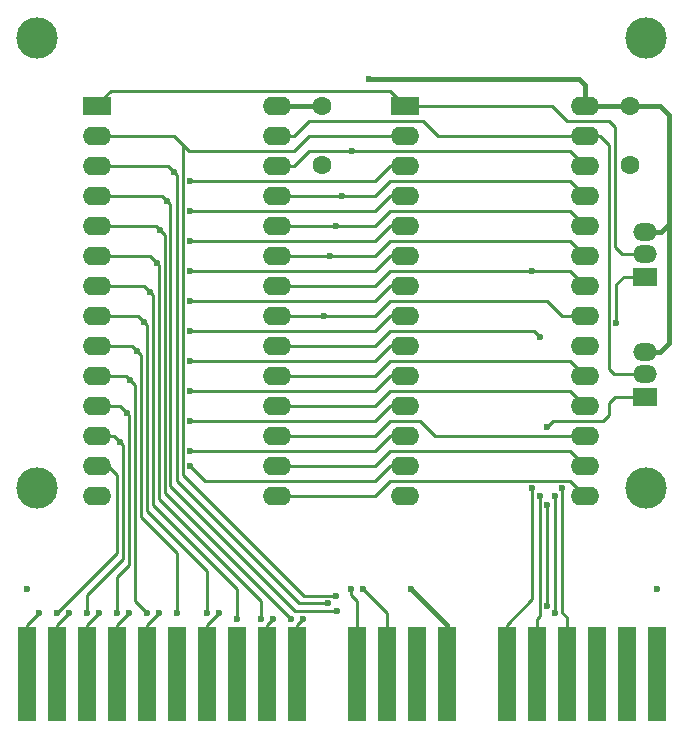
<source format=gtl>
%TF.GenerationSoftware,KiCad,Pcbnew,(5.1.8)-1*%
%TF.CreationDate,2021-04-11T23:00:19+02:00*%
%TF.ProjectId,ZX Cartridge 2021,5a582043-6172-4747-9269-646765203230,rev?*%
%TF.SameCoordinates,Original*%
%TF.FileFunction,Copper,L1,Top*%
%TF.FilePolarity,Positive*%
%FSLAX46Y46*%
G04 Gerber Fmt 4.6, Leading zero omitted, Abs format (unit mm)*
G04 Created by KiCad (PCBNEW (5.1.8)-1) date 2021-04-11 23:00:19*
%MOMM*%
%LPD*%
G01*
G04 APERTURE LIST*
%TA.AperFunction,ConnectorPad*%
%ADD10R,1.500000X8.000000*%
%TD*%
%TA.AperFunction,ComponentPad*%
%ADD11C,1.600000*%
%TD*%
%TA.AperFunction,ComponentPad*%
%ADD12R,2.400000X1.600000*%
%TD*%
%TA.AperFunction,ComponentPad*%
%ADD13O,2.400000X1.600000*%
%TD*%
%TA.AperFunction,ComponentPad*%
%ADD14C,3.500000*%
%TD*%
%TA.AperFunction,SMDPad,CuDef*%
%ADD15R,2.000000X1.500000*%
%TD*%
%TA.AperFunction,SMDPad,CuDef*%
%ADD16O,2.000000X1.500000*%
%TD*%
%TA.AperFunction,ViaPad*%
%ADD17C,0.600000*%
%TD*%
%TA.AperFunction,Conductor*%
%ADD18C,0.250000*%
%TD*%
%TA.AperFunction,Conductor*%
%ADD19C,0.381000*%
%TD*%
G04 APERTURE END LIST*
D10*
%TO.P,J1,A22*%
%TO.N,N/C*%
X175895000Y-116078000D03*
%TO.P,J1,A21*%
X173355000Y-116078000D03*
%TO.P,J1,A20*%
X170815000Y-116078000D03*
%TO.P,J1,A19*%
%TO.N,/~ROM_1*%
X168275000Y-116078000D03*
%TO.P,J1,A18*%
%TO.N,/~ROM_0*%
X165735000Y-116078000D03*
%TO.P,J1,A17*%
%TO.N,/~ROM_OE*%
X163195000Y-116078000D03*
%TO.P,J1,A15*%
%TO.N,VCC*%
X158115000Y-116078000D03*
%TO.P,J1,A14*%
%TO.N,N/C*%
X155575000Y-116078000D03*
%TO.P,J1,A13*%
%TO.N,/A13*%
X153035000Y-116078000D03*
%TO.P,J1,A12*%
%TO.N,/A8*%
X150495000Y-116078000D03*
%TO.P,J1,A10*%
%TO.N,/A9*%
X145415000Y-116078000D03*
%TO.P,J1,A9*%
%TO.N,/A11*%
X142875000Y-116078000D03*
%TO.P,J1,A8*%
%TO.N,N/C*%
X140335000Y-116078000D03*
%TO.P,J1,A7*%
%TO.N,/A10*%
X137795000Y-116078000D03*
%TO.P,J1,A6*%
%TO.N,N/C*%
X135255000Y-116078000D03*
%TO.P,J1,A5*%
%TO.N,/D7*%
X132715000Y-116078000D03*
%TO.P,J1,A4*%
%TO.N,/D6*%
X130175000Y-116078000D03*
%TO.P,J1,A3*%
%TO.N,/D5*%
X127635000Y-116078000D03*
%TO.P,J1,A2*%
%TO.N,/D4*%
X125095000Y-116078000D03*
%TO.P,J1,A1*%
%TO.N,/D3*%
X122555000Y-116078000D03*
%TD*%
D11*
%TO.P,C1,1*%
%TO.N,VCC*%
X147574000Y-67945000D03*
%TO.P,C1,2*%
%TO.N,GND*%
X147574000Y-72945000D03*
%TD*%
D12*
%TO.P,U1,1*%
%TO.N,/BA15*%
X128524000Y-67945000D03*
D13*
%TO.P,U1,15*%
%TO.N,/D3*%
X143764000Y-100965000D03*
%TO.P,U1,2*%
%TO.N,/A12*%
X128524000Y-70485000D03*
%TO.P,U1,16*%
%TO.N,/D4*%
X143764000Y-98425000D03*
%TO.P,U1,3*%
%TO.N,/A7*%
X128524000Y-73025000D03*
%TO.P,U1,17*%
%TO.N,/D5*%
X143764000Y-95885000D03*
%TO.P,U1,4*%
%TO.N,/A6*%
X128524000Y-75565000D03*
%TO.P,U1,18*%
%TO.N,/D6*%
X143764000Y-93345000D03*
%TO.P,U1,5*%
%TO.N,/A5*%
X128524000Y-78105000D03*
%TO.P,U1,19*%
%TO.N,/D7*%
X143764000Y-90805000D03*
%TO.P,U1,6*%
%TO.N,/A4*%
X128524000Y-80645000D03*
%TO.P,U1,20*%
%TO.N,/~ROM_0*%
X143764000Y-88265000D03*
%TO.P,U1,7*%
%TO.N,/A3*%
X128524000Y-83185000D03*
%TO.P,U1,21*%
%TO.N,/A10*%
X143764000Y-85725000D03*
%TO.P,U1,8*%
%TO.N,/A2*%
X128524000Y-85725000D03*
%TO.P,U1,22*%
%TO.N,/~ROM_OE*%
X143764000Y-83185000D03*
%TO.P,U1,9*%
%TO.N,/A1*%
X128524000Y-88265000D03*
%TO.P,U1,23*%
%TO.N,/A11*%
X143764000Y-80645000D03*
%TO.P,U1,10*%
%TO.N,/A0*%
X128524000Y-90805000D03*
%TO.P,U1,24*%
%TO.N,/A9*%
X143764000Y-78105000D03*
%TO.P,U1,11*%
%TO.N,/D0*%
X128524000Y-93345000D03*
%TO.P,U1,25*%
%TO.N,/A8*%
X143764000Y-75565000D03*
%TO.P,U1,12*%
%TO.N,/D1*%
X128524000Y-95885000D03*
%TO.P,U1,26*%
%TO.N,/A13*%
X143764000Y-73025000D03*
%TO.P,U1,13*%
%TO.N,/D2*%
X128524000Y-98425000D03*
%TO.P,U1,27*%
%TO.N,/BA14*%
X143764000Y-70485000D03*
%TO.P,U1,14*%
%TO.N,GND*%
X128524000Y-100965000D03*
%TO.P,U1,28*%
%TO.N,VCC*%
X143764000Y-67945000D03*
%TD*%
D14*
%TO.P,M1,1*%
%TO.N,N/C*%
X123444000Y-100330000D03*
%TD*%
%TO.P,M2,1*%
%TO.N,N/C*%
X175011000Y-100330000D03*
%TD*%
%TO.P,M3,1*%
%TO.N,N/C*%
X175011000Y-62230000D03*
%TD*%
%TO.P,M4,1*%
%TO.N,N/C*%
X123444000Y-62230000D03*
%TD*%
D11*
%TO.P,C2,1*%
%TO.N,VCC*%
X173609000Y-67945000D03*
%TO.P,C2,2*%
%TO.N,GND*%
X173609000Y-72945000D03*
%TD*%
D12*
%TO.P,U2,1*%
%TO.N,/BA15*%
X154559000Y-67945000D03*
D13*
%TO.P,U2,15*%
%TO.N,/D3*%
X169799000Y-100965000D03*
%TO.P,U2,2*%
%TO.N,/A12*%
X154559000Y-70485000D03*
%TO.P,U2,16*%
%TO.N,/D4*%
X169799000Y-98425000D03*
%TO.P,U2,3*%
%TO.N,/A7*%
X154559000Y-73025000D03*
%TO.P,U2,17*%
%TO.N,/D5*%
X169799000Y-95885000D03*
%TO.P,U2,4*%
%TO.N,/A6*%
X154559000Y-75565000D03*
%TO.P,U2,18*%
%TO.N,/D6*%
X169799000Y-93345000D03*
%TO.P,U2,5*%
%TO.N,/A5*%
X154559000Y-78105000D03*
%TO.P,U2,19*%
%TO.N,/D7*%
X169799000Y-90805000D03*
%TO.P,U2,6*%
%TO.N,/A4*%
X154559000Y-80645000D03*
%TO.P,U2,20*%
%TO.N,/~ROM_1*%
X169799000Y-88265000D03*
%TO.P,U2,7*%
%TO.N,/A3*%
X154559000Y-83185000D03*
%TO.P,U2,21*%
%TO.N,/A10*%
X169799000Y-85725000D03*
%TO.P,U2,8*%
%TO.N,/A2*%
X154559000Y-85725000D03*
%TO.P,U2,22*%
%TO.N,/~ROM_OE*%
X169799000Y-83185000D03*
%TO.P,U2,9*%
%TO.N,/A1*%
X154559000Y-88265000D03*
%TO.P,U2,23*%
%TO.N,/A11*%
X169799000Y-80645000D03*
%TO.P,U2,10*%
%TO.N,/A0*%
X154559000Y-90805000D03*
%TO.P,U2,24*%
%TO.N,/A9*%
X169799000Y-78105000D03*
%TO.P,U2,11*%
%TO.N,/D0*%
X154559000Y-93345000D03*
%TO.P,U2,25*%
%TO.N,/A8*%
X169799000Y-75565000D03*
%TO.P,U2,12*%
%TO.N,/D1*%
X154559000Y-95885000D03*
%TO.P,U2,26*%
%TO.N,/A13*%
X169799000Y-73025000D03*
%TO.P,U2,13*%
%TO.N,/D2*%
X154559000Y-98425000D03*
%TO.P,U2,27*%
%TO.N,/BA14*%
X169799000Y-70485000D03*
%TO.P,U2,14*%
%TO.N,GND*%
X154559000Y-100965000D03*
%TO.P,U2,28*%
%TO.N,VCC*%
X169799000Y-67945000D03*
%TD*%
D15*
%TO.P,JP1,1*%
%TO.N,Net-(J1-PadB18)*%
X174879000Y-82423000D03*
D16*
%TO.P,JP1,2*%
%TO.N,/BA15*%
X174879000Y-80518000D03*
%TO.P,JP1,3*%
%TO.N,VCC*%
X174879000Y-78613000D03*
%TD*%
%TO.P,JP2,3*%
%TO.N,VCC*%
X174879000Y-88773000D03*
%TO.P,JP2,2*%
%TO.N,/BA14*%
X174879000Y-90678000D03*
D15*
%TO.P,JP2,1*%
%TO.N,Net-(J1-PadB17)*%
X174879000Y-92583000D03*
%TD*%
D17*
%TO.N,/A12*%
X148773358Y-109464000D03*
%TO.N,/A7*%
X136388000Y-74295000D03*
X135001000Y-73533000D03*
X148115761Y-110089000D03*
%TO.N,/A6*%
X136388000Y-76835000D03*
X134429500Y-76009500D03*
X148844000Y-110714000D03*
%TO.N,/A5*%
X136388000Y-79375000D03*
X133858000Y-78486000D03*
X144907000Y-111379000D03*
%TO.N,/A4*%
X136388000Y-81915000D03*
X133604000Y-81280000D03*
X142367000Y-111379000D03*
%TO.N,/A3*%
X136388000Y-84455000D03*
X133032500Y-83756500D03*
X140335000Y-111379000D03*
%TO.N,/A10*%
X147701000Y-85725000D03*
X138811000Y-110871000D03*
%TO.N,/A2*%
X136388000Y-86995000D03*
X132461000Y-86233000D03*
X137795000Y-110871016D03*
%TO.N,/A1*%
X136388000Y-89535000D03*
X131889500Y-88709500D03*
X135255000Y-110871000D03*
%TO.N,/A11*%
X148209000Y-80645000D03*
X143383000Y-111379000D03*
%TO.N,/A0*%
X136388000Y-92075000D03*
X131318000Y-91186000D03*
X132715000Y-110871000D03*
%TO.N,/A9*%
X148717000Y-78105000D03*
X145923000Y-111379000D03*
%TO.N,/A8*%
X149225000Y-75565000D03*
X149987000Y-108839000D03*
%TO.N,GND*%
X122555000Y-108839000D03*
X175895000Y-108839000D03*
%TO.N,VCC*%
X151511000Y-65659000D03*
X155067000Y-108839000D03*
%TO.N,/D7*%
X133731000Y-110871000D03*
%TO.N,/D6*%
X131191000Y-110871000D03*
%TO.N,/D5*%
X128651000Y-110871000D03*
%TO.N,/D4*%
X126111000Y-110871000D03*
%TO.N,/D3*%
X123571000Y-110871000D03*
%TO.N,/D2*%
X136388000Y-98425000D03*
X125095000Y-110871000D03*
%TO.N,/D1*%
X136388000Y-97155000D03*
X130492500Y-96456500D03*
X127635000Y-110871000D03*
%TO.N,/D0*%
X136388000Y-94615000D03*
X131064000Y-93980000D03*
X130175000Y-110871000D03*
%TO.N,/A13*%
X150114000Y-71755000D03*
X151003000Y-108839000D03*
%TO.N,/~ROM_0*%
X165989000Y-100965000D03*
X165989000Y-87503000D03*
%TO.N,/~ROM_OE*%
X165364000Y-100320000D03*
X165354000Y-81915000D03*
%TO.N,/~ROM_1*%
X167894000Y-100330000D03*
%TO.N,Net-(J1-PadB18)*%
X172456000Y-86360000D03*
X167259000Y-100965000D03*
X167259000Y-110871000D03*
%TO.N,Net-(J1-PadB17)*%
X166634000Y-95123000D03*
X166634000Y-101727000D03*
X166634000Y-110305313D03*
%TD*%
D18*
%TO.N,/A12*%
X135001000Y-70485000D02*
X128524000Y-70485000D01*
X135763000Y-71247000D02*
X135001000Y-70485000D01*
X136271000Y-71755000D02*
X135763000Y-71247000D01*
X145161000Y-71755000D02*
X136271000Y-71755000D01*
X146431000Y-70485000D02*
X145161000Y-71755000D01*
X154559000Y-70485000D02*
X146431000Y-70485000D01*
X146040000Y-109464000D02*
X148773358Y-109464000D01*
X135763000Y-99187000D02*
X146040000Y-109464000D01*
X135763000Y-71247000D02*
X135763000Y-99187000D01*
%TO.N,/A7*%
X135255000Y-99695000D02*
X135255000Y-73787000D01*
X134493000Y-73025000D02*
X128524000Y-73025000D01*
X145415000Y-109855000D02*
X135255000Y-99695000D01*
X154559000Y-73025000D02*
X153289000Y-73025000D01*
X152019000Y-74295000D02*
X136388000Y-74295000D01*
X153289000Y-73025000D02*
X152019000Y-74295000D01*
X135001000Y-73533000D02*
X134493000Y-73025000D01*
X135255000Y-73787000D02*
X135001000Y-73533000D01*
X145649000Y-110089000D02*
X148115761Y-110089000D01*
X145415000Y-109855000D02*
X145649000Y-110089000D01*
%TO.N,/A6*%
X133985000Y-75565000D02*
X128524000Y-75565000D01*
X134689010Y-100145010D02*
X134689010Y-76269010D01*
X144907000Y-110363000D02*
X134689010Y-100145010D01*
X154559000Y-75565000D02*
X153289000Y-75565000D01*
X152019000Y-76835000D02*
X136388000Y-76835000D01*
X153289000Y-75565000D02*
X152019000Y-76835000D01*
X134429500Y-76009500D02*
X133985000Y-75565000D01*
X134689010Y-76269010D02*
X134429500Y-76009500D01*
X145258000Y-110714000D02*
X148844000Y-110714000D01*
X144907000Y-110363000D02*
X145258000Y-110714000D01*
%TO.N,/A5*%
X133477000Y-78105000D02*
X128524000Y-78105000D01*
X154559000Y-78105000D02*
X153289000Y-78105000D01*
X152019000Y-79375000D02*
X136388000Y-79375000D01*
X153289000Y-78105000D02*
X152019000Y-79375000D01*
X133858000Y-78486000D02*
X133477000Y-78105000D01*
X144399000Y-110871000D02*
X144907000Y-111379000D01*
X134239000Y-100711000D02*
X144399000Y-110871000D01*
X134239000Y-78867000D02*
X134239000Y-100711000D01*
X133858000Y-78486000D02*
X134239000Y-78867000D01*
%TO.N,/A4*%
X132969000Y-80645000D02*
X128524000Y-80645000D01*
X154559000Y-80645000D02*
X153289000Y-80645000D01*
X152019000Y-81915000D02*
X136388000Y-81915000D01*
X153289000Y-80645000D02*
X152019000Y-81915000D01*
X133604000Y-81280000D02*
X132969000Y-80645000D01*
X133731000Y-81407000D02*
X133604000Y-81280000D01*
X135255000Y-102743000D02*
X133731000Y-101219000D01*
X142367000Y-109855000D02*
X135255000Y-102743000D01*
X142367000Y-111379000D02*
X142367000Y-109855000D01*
X133731000Y-101219000D02*
X133731000Y-81407000D01*
%TO.N,/A3*%
X132461000Y-83185000D02*
X128524000Y-83185000D01*
X154559000Y-83185000D02*
X153289000Y-83185000D01*
X152019000Y-84455000D02*
X136388000Y-84455000D01*
X153289000Y-83185000D02*
X152019000Y-84455000D01*
X133032500Y-83756500D02*
X132461000Y-83185000D01*
X133223000Y-83947000D02*
X133032500Y-83756500D01*
X140335000Y-108839000D02*
X133223000Y-101727000D01*
X140335000Y-111379000D02*
X140335000Y-108839000D01*
X133223000Y-101727000D02*
X133223000Y-83947000D01*
%TO.N,/A10*%
X137795000Y-111887000D02*
X138811000Y-110871000D01*
X137795000Y-116078000D02*
X137795000Y-111887000D01*
X167894000Y-85725000D02*
X169799000Y-85725000D01*
X166624000Y-84455000D02*
X167894000Y-85725000D01*
X153289000Y-84455000D02*
X166624000Y-84455000D01*
X152019000Y-85725000D02*
X153289000Y-84455000D01*
X143764000Y-85725000D02*
X152019000Y-85725000D01*
%TO.N,/A2*%
X131953000Y-85725000D02*
X128524000Y-85725000D01*
X154559000Y-85725000D02*
X153289000Y-85725000D01*
X152019000Y-86995000D02*
X136388000Y-86995000D01*
X153289000Y-85725000D02*
X152019000Y-86995000D01*
X132461000Y-86233000D02*
X131953000Y-85725000D01*
X132760999Y-86532999D02*
X132461000Y-86233000D01*
X132760999Y-102280999D02*
X132760999Y-86532999D01*
X137795000Y-107315000D02*
X132760999Y-102280999D01*
X137795000Y-110871016D02*
X137795000Y-107315000D01*
%TO.N,/A1*%
X128524000Y-88265000D02*
X131445000Y-88265000D01*
X154559000Y-88265000D02*
X153289000Y-88265000D01*
X152019000Y-89535000D02*
X136388000Y-89535000D01*
X153289000Y-88265000D02*
X152019000Y-89535000D01*
X131889500Y-88709500D02*
X132207000Y-89027000D01*
X131445000Y-88265000D02*
X131889500Y-88709500D01*
X135255000Y-110871000D02*
X135255000Y-105791000D01*
X135255000Y-105791000D02*
X132207000Y-102743000D01*
X132207000Y-89027000D02*
X132207000Y-102743000D01*
%TO.N,/A11*%
X168529000Y-79375000D02*
X169799000Y-80645000D01*
X153289000Y-79375000D02*
X168529000Y-79375000D01*
X152019000Y-80645000D02*
X153289000Y-79375000D01*
X143764000Y-80645000D02*
X152019000Y-80645000D01*
X142875000Y-111887000D02*
X143383000Y-111379000D01*
X142875000Y-116078000D02*
X142875000Y-111887000D01*
%TO.N,/A0*%
X130937000Y-90805000D02*
X128524000Y-90805000D01*
X131699000Y-109855000D02*
X131699000Y-91567000D01*
X154559000Y-90805000D02*
X153289000Y-90805000D01*
X152019000Y-92075000D02*
X136388000Y-92075000D01*
X153289000Y-90805000D02*
X152019000Y-92075000D01*
X131318000Y-91186000D02*
X130937000Y-90805000D01*
X131699000Y-91567000D02*
X131318000Y-91186000D01*
X132715000Y-110871000D02*
X131699000Y-109855000D01*
%TO.N,/A9*%
X168529000Y-76835000D02*
X169799000Y-78105000D01*
X153289000Y-76835000D02*
X168529000Y-76835000D01*
X152019000Y-78105000D02*
X153289000Y-76835000D01*
X143764000Y-78105000D02*
X152019000Y-78105000D01*
X145415000Y-111887000D02*
X145923000Y-111379000D01*
X145415000Y-116078000D02*
X145415000Y-111887000D01*
%TO.N,/A8*%
X153289000Y-74295000D02*
X152019000Y-75565000D01*
X168529000Y-74295000D02*
X153289000Y-74295000D01*
X152019000Y-75565000D02*
X143764000Y-75565000D01*
X169799000Y-75565000D02*
X168529000Y-74295000D01*
X149987000Y-108839000D02*
X149987000Y-109347000D01*
X150495000Y-109855000D02*
X150495000Y-116078000D01*
X149987000Y-109347000D02*
X150495000Y-109855000D01*
D19*
%TO.N,VCC*%
X169799000Y-66167000D02*
X169799000Y-67945000D01*
X169291000Y-65659000D02*
X169799000Y-66167000D01*
X169799000Y-67945000D02*
X173609000Y-67945000D01*
X143764000Y-67945000D02*
X147574000Y-67945000D01*
X169291000Y-65659000D02*
X151511000Y-65659000D01*
X174879000Y-67945000D02*
X173609000Y-67945000D01*
X176149000Y-88773000D02*
X176911000Y-88011000D01*
X174879000Y-88773000D02*
X176149000Y-88773000D01*
X176276000Y-78613000D02*
X176911000Y-77978000D01*
X174879000Y-78613000D02*
X176276000Y-78613000D01*
X176911000Y-77978000D02*
X176911000Y-76835000D01*
X176911000Y-88011000D02*
X176911000Y-77978000D01*
X176911000Y-76835000D02*
X176911000Y-68707000D01*
X176149000Y-67945000D02*
X174879000Y-67945000D01*
X176911000Y-68707000D02*
X176149000Y-67945000D01*
X158115000Y-115570000D02*
X158115000Y-111887000D01*
X158115000Y-111887000D02*
X155366999Y-109138999D01*
X155366999Y-109138999D02*
X155067000Y-108839000D01*
D18*
%TO.N,/D7*%
X168529000Y-89535000D02*
X169799000Y-90805000D01*
X153289000Y-89535000D02*
X168529000Y-89535000D01*
X152019000Y-90805000D02*
X153289000Y-89535000D01*
X143764000Y-90805000D02*
X152019000Y-90805000D01*
X132715000Y-111887000D02*
X133731000Y-110871000D01*
X132715000Y-116078000D02*
X132715000Y-111887000D01*
%TO.N,/D6*%
X168529000Y-92075000D02*
X169799000Y-93345000D01*
X153289000Y-92075000D02*
X168529000Y-92075000D01*
X152019000Y-93345000D02*
X153289000Y-92075000D01*
X143764000Y-93345000D02*
X152019000Y-93345000D01*
X130175000Y-111887000D02*
X131191000Y-110871000D01*
X130175000Y-116078000D02*
X130175000Y-111887000D01*
%TO.N,/D5*%
X153289000Y-94615000D02*
X155829000Y-94615000D01*
X155829000Y-94615000D02*
X157099000Y-95885000D01*
X152019000Y-95885000D02*
X153289000Y-94615000D01*
X143764000Y-95885000D02*
X152019000Y-95885000D01*
X157099000Y-95885000D02*
X169799000Y-95885000D01*
X127635000Y-111887000D02*
X128651000Y-110871000D01*
X127635000Y-116078000D02*
X127635000Y-111887000D01*
%TO.N,/D4*%
X168529000Y-97155000D02*
X169799000Y-98425000D01*
X153289000Y-97155000D02*
X168529000Y-97155000D01*
X152019000Y-98425000D02*
X153289000Y-97155000D01*
X143764000Y-98425000D02*
X152019000Y-98425000D01*
X125095000Y-111887000D02*
X126111000Y-110871000D01*
X125095000Y-116078000D02*
X125095000Y-111887000D01*
%TO.N,/D3*%
X153289000Y-99695000D02*
X168529000Y-99695000D01*
X168529000Y-99695000D02*
X169799000Y-100965000D01*
X152019000Y-100965000D02*
X153289000Y-99695000D01*
X143764000Y-100965000D02*
X152019000Y-100965000D01*
X122555000Y-111887000D02*
X123571000Y-110871000D01*
X122555000Y-116078000D02*
X122555000Y-111887000D01*
%TO.N,/D2*%
X129413000Y-98425000D02*
X130175000Y-99187000D01*
X128524000Y-98425000D02*
X129413000Y-98425000D01*
X137658000Y-99695000D02*
X136388000Y-98425000D01*
X152019000Y-99695000D02*
X137658000Y-99695000D01*
X153289000Y-98425000D02*
X152019000Y-99695000D01*
X154559000Y-98425000D02*
X153289000Y-98425000D01*
X125095000Y-110871000D02*
X130175000Y-105791000D01*
X130175000Y-105791000D02*
X130175000Y-102235000D01*
X130175000Y-102235000D02*
X130175000Y-102743000D01*
X130175000Y-99187000D02*
X130175000Y-102235000D01*
%TO.N,/D1*%
X129921000Y-95885000D02*
X128524000Y-95885000D01*
X154559000Y-95885000D02*
X153289000Y-95885000D01*
X152019000Y-97155000D02*
X136388000Y-97155000D01*
X153289000Y-95885000D02*
X152019000Y-97155000D01*
X130492500Y-96456500D02*
X129921000Y-95885000D01*
X130683000Y-106299000D02*
X130683000Y-96647000D01*
X127635000Y-109347000D02*
X130683000Y-106299000D01*
X130683000Y-96647000D02*
X130492500Y-96456500D01*
X127635000Y-110871000D02*
X127635000Y-109347000D01*
%TO.N,/D0*%
X130429000Y-93345000D02*
X128524000Y-93345000D01*
X154559000Y-93345000D02*
X153289000Y-93345000D01*
X152019000Y-94615000D02*
X136388000Y-94615000D01*
X153289000Y-93345000D02*
X152019000Y-94615000D01*
X131064000Y-93980000D02*
X130429000Y-93345000D01*
X130175000Y-107823000D02*
X130175000Y-110871000D01*
X131191000Y-106807000D02*
X130175000Y-107823000D01*
X131191000Y-94107000D02*
X131191000Y-106807000D01*
X131064000Y-93980000D02*
X131191000Y-94107000D01*
%TO.N,/A13*%
X168529000Y-71755000D02*
X169799000Y-73025000D01*
X150114000Y-71755000D02*
X168529000Y-71755000D01*
X146431000Y-71755000D02*
X150114000Y-71755000D01*
X145161000Y-73025000D02*
X146431000Y-71755000D01*
X143764000Y-73025000D02*
X145161000Y-73025000D01*
X153035000Y-110871000D02*
X151003000Y-108839000D01*
X153035000Y-116078000D02*
X153035000Y-110871000D01*
%TO.N,/~ROM_0*%
X152019705Y-88265000D02*
X143764000Y-88265000D01*
X153289705Y-86995000D02*
X152019705Y-88265000D01*
X156708000Y-86995000D02*
X153289705Y-86995000D01*
X165989000Y-87503000D02*
X165481000Y-86995000D01*
X165481000Y-86995000D02*
X156708000Y-86995000D01*
X165989000Y-111125000D02*
X165989000Y-100965000D01*
X165735000Y-111379000D02*
X165989000Y-111125000D01*
X165735000Y-116078000D02*
X165735000Y-111379000D01*
%TO.N,/~ROM_OE*%
X168529000Y-81915000D02*
X169799000Y-83185000D01*
X152019000Y-83185000D02*
X153289000Y-81915000D01*
X143764000Y-83185000D02*
X152019000Y-83185000D01*
X156591000Y-81915000D02*
X157734000Y-81915000D01*
X153289000Y-81915000D02*
X156591000Y-81915000D01*
X163195000Y-116078000D02*
X163195000Y-111887000D01*
X165364000Y-109718000D02*
X165364000Y-100320000D01*
X163195000Y-111887000D02*
X165364000Y-109718000D01*
X165354000Y-81915000D02*
X168529000Y-81915000D01*
X157734000Y-81915000D02*
X165354000Y-81915000D01*
%TO.N,/BA14*%
X157353000Y-70485000D02*
X169799000Y-70485000D01*
X156083000Y-69215000D02*
X157353000Y-70485000D01*
X146431000Y-69215000D02*
X156083000Y-69215000D01*
X145161000Y-70485000D02*
X146431000Y-69215000D01*
X143764000Y-70485000D02*
X145161000Y-70485000D01*
X171831000Y-71247000D02*
X171069000Y-70485000D01*
X171831000Y-90233500D02*
X171831000Y-71247000D01*
X172275500Y-90678000D02*
X171831000Y-90233500D01*
X171069000Y-70485000D02*
X169799000Y-70485000D01*
X174879000Y-90678000D02*
X172275500Y-90678000D01*
%TO.N,/BA15*%
X128524000Y-67945000D02*
X128524000Y-67818000D01*
X128524000Y-67818000D02*
X129667000Y-66675000D01*
X153289000Y-66675000D02*
X154559000Y-67945000D01*
X129667000Y-66675000D02*
X153289000Y-66675000D01*
X154559000Y-67945000D02*
X167005000Y-67945000D01*
X167005000Y-67945000D02*
X168275000Y-69215000D01*
X168275000Y-69215000D02*
X171831000Y-69215000D01*
X171831000Y-69215000D02*
X172339000Y-69723000D01*
X172339000Y-69723000D02*
X172339000Y-79883000D01*
X172974000Y-80518000D02*
X174879000Y-80518000D01*
X172339000Y-79883000D02*
X172974000Y-80518000D01*
%TO.N,/~ROM_1*%
X167894000Y-110871000D02*
X168275000Y-111252000D01*
X168275000Y-111252000D02*
X168275000Y-116078000D01*
X167894000Y-100330000D02*
X167894000Y-110871000D01*
%TO.N,Net-(J1-PadB18)*%
X174879000Y-82423000D02*
X173101000Y-82423000D01*
X172456000Y-83068000D02*
X172456000Y-86360000D01*
X173101000Y-82423000D02*
X172456000Y-83068000D01*
X167259000Y-110871000D02*
X167259000Y-100965000D01*
%TO.N,Net-(J1-PadB17)*%
X174879000Y-92583000D02*
X172339000Y-92583000D01*
X172339000Y-92583000D02*
X171831000Y-93091000D01*
X171831000Y-93091000D02*
X171831000Y-94107000D01*
X171831000Y-94107000D02*
X171323000Y-94615000D01*
X167142000Y-94615000D02*
X166634000Y-95123000D01*
X171323000Y-94615000D02*
X167142000Y-94615000D01*
X166634000Y-110305313D02*
X166634000Y-101727000D01*
%TD*%
M02*

</source>
